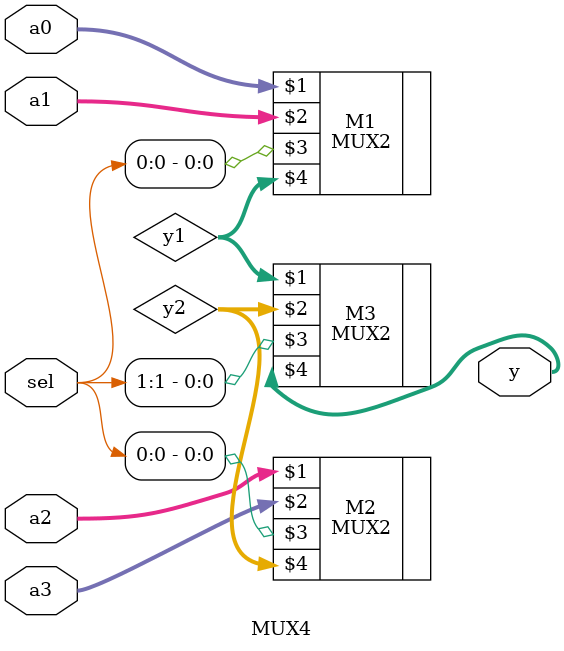
<source format=sv>
/* This module implments a parameterized 4:1 MUX that selects between 4 n-bits inputs  */
module MUX4(a0, a1, a2, a3, sel, y);

parameter WIDTH=4; //Number of bits of the inputs

input logic [WIDTH-1:0] a0, a1, a2, a3;  //Inputs
input logic [1:0] sel;                   //Select
output logic [WIDTH-1:0] y;              //Output

wire [3:0] y1, y2;

//3 MUX2 blocks are used to select 1 out of the 4 inputs.
MUX2 #(WIDTH) M1(a0, a1, sel[0], y1);
MUX2 #(WIDTH) M2(a2, a3, sel[0], y2);
MUX2 #(WIDTH) M3(y1, y2, sel[1], y);

endmodule



</source>
